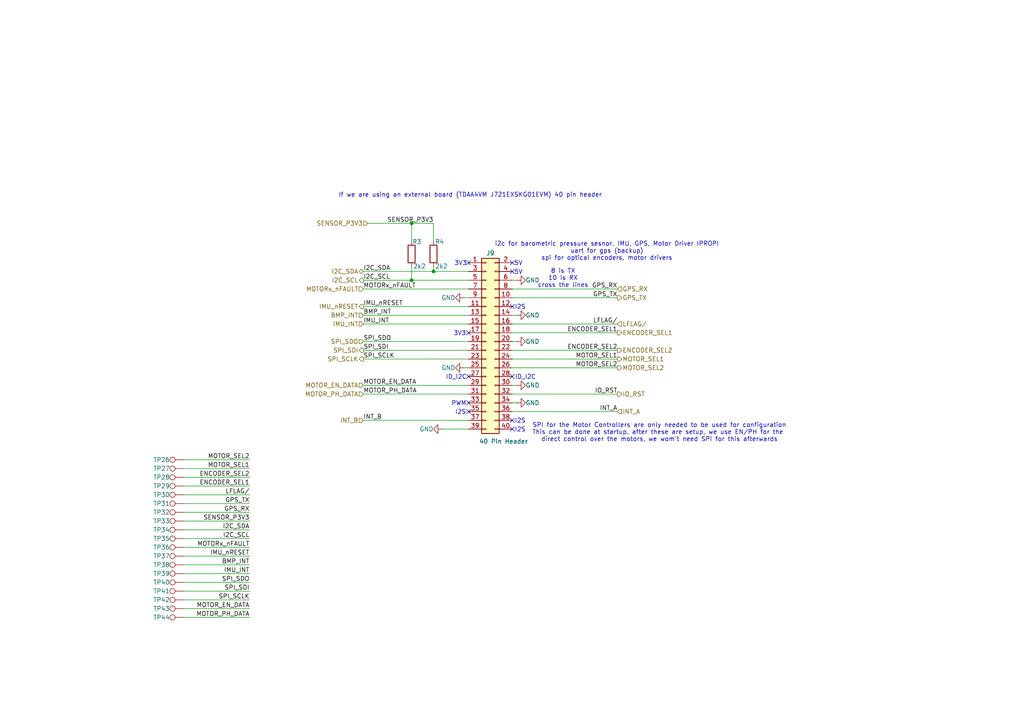
<source format=kicad_sch>
(kicad_sch (version 20250114) (generator "eeschema") (generator_version "9.0")
  (paper "A4")
  (lib_symbols
    (symbol "Connector:TestPoint" (pin_numbers (hide yes)) (pin_names (offset 0.762) (hide yes))
      (property "Reference" "TP" (at 0 6.858 0))
      (property "Value" "TestPoint" (at 0 5.08 0))
      (symbol "TestPoint_0_1"
        (circle (center 0 3.302) (radius 0.762))
      )
      (symbol "TestPoint_1_1"
        (pin passive line (at 0 0 90) (length 2.54) (name "1") (number "1"))
      )
    )
    (symbol "Connector_Generic:Conn_02x20_Odd_Even" (pin_names (offset 1.016) (hide yes))
      (property "Reference" "J" (at 1.27 25.4 0))
      (property "Value" "Conn_02x20_Odd_Even" (at 1.27 -27.94 0))
      (symbol "Conn_02x20_Odd_Even_1_1"
        (rectangle (start -1.27 24.13) (end 3.81 -26.67) (stroke (width 0.254)) (fill (type background)))
        (rectangle (start -1.27 22.987) (end 0 22.733) (stroke (width 0.1524)))
        (rectangle (start -1.27 20.447) (end 0 20.193) (stroke (width 0.1524)))
        (rectangle (start -1.27 17.907) (end 0 17.653) (stroke (width 0.1524)))
        (rectangle (start -1.27 15.367) (end 0 15.113) (stroke (width 0.1524)))
        (rectangle (start -1.27 12.827) (end 0 12.573) (stroke (width 0.1524)))
        (rectangle (start -1.27 10.287) (end 0 10.033) (stroke (width 0.1524)))
        (rectangle (start -1.27 7.747) (end 0 7.493) (stroke (width 0.1524)))
        (rectangle (start -1.27 5.207) (end 0 4.953) (stroke (width 0.1524)))
        (rectangle (start -1.27 2.667) (end 0 2.413) (stroke (width 0.1524)))
        (rectangle (start -1.27 0.127) (end 0 -0.127) (stroke (width 0.1524)))
        (rectangle (start -1.27 -2.413) (end 0 -2.667) (stroke (width 0.1524)))
        (rectangle (start -1.27 -4.953) (end 0 -5.207) (stroke (width 0.1524)))
        (rectangle (start -1.27 -7.493) (end 0 -7.747) (stroke (width 0.1524)))
        (rectangle (start -1.27 -10.033) (end 0 -10.287) (stroke (width 0.1524)))
        (rectangle (start -1.27 -12.573) (end 0 -12.827) (stroke (width 0.1524)))
        (rectangle (start -1.27 -15.113) (end 0 -15.367) (stroke (width 0.1524)))
        (rectangle (start -1.27 -17.653) (end 0 -17.907) (stroke (width 0.1524)))
        (rectangle (start -1.27 -20.193) (end 0 -20.447) (stroke (width 0.1524)))
        (rectangle (start -1.27 -22.733) (end 0 -22.987) (stroke (width 0.1524)))
        (rectangle (start -1.27 -25.273) (end 0 -25.527) (stroke (width 0.1524)))
        (rectangle (start 3.81 22.987) (end 2.54 22.733) (stroke (width 0.1524)))
        (rectangle (start 3.81 20.447) (end 2.54 20.193) (stroke (width 0.1524)))
        (rectangle (start 3.81 17.907) (end 2.54 17.653) (stroke (width 0.1524)))
        (rectangle (start 3.81 15.367) (end 2.54 15.113) (stroke (width 0.1524)))
        (rectangle (start 3.81 12.827) (end 2.54 12.573) (stroke (width 0.1524)))
        (rectangle (start 3.81 10.287) (end 2.54 10.033) (stroke (width 0.1524)))
        (rectangle (start 3.81 7.747) (end 2.54 7.493) (stroke (width 0.1524)))
        (rectangle (start 3.81 5.207) (end 2.54 4.953) (stroke (width 0.1524)))
        (rectangle (start 3.81 2.667) (end 2.54 2.413) (stroke (width 0.1524)))
        (rectangle (start 3.81 0.127) (end 2.54 -0.127) (stroke (width 0.1524)))
        (rectangle (start 3.81 -2.413) (end 2.54 -2.667) (stroke (width 0.1524)))
        (rectangle (start 3.81 -4.953) (end 2.54 -5.207) (stroke (width 0.1524)))
        (rectangle (start 3.81 -7.493) (end 2.54 -7.747) (stroke (width 0.1524)))
        (rectangle (start 3.81 -10.033) (end 2.54 -10.287) (stroke (width 0.1524)))
        (rectangle (start 3.81 -12.573) (end 2.54 -12.827) (stroke (width 0.1524)))
        (rectangle (start 3.81 -15.113) (end 2.54 -15.367) (stroke (width 0.1524)))
        (rectangle (start 3.81 -17.653) (end 2.54 -17.907) (stroke (width 0.1524)))
        (rectangle (start 3.81 -20.193) (end 2.54 -20.447) (stroke (width 0.1524)))
        (rectangle (start 3.81 -22.733) (end 2.54 -22.987) (stroke (width 0.1524)))
        (rectangle (start 3.81 -25.273) (end 2.54 -25.527) (stroke (width 0.1524)))
        (pin passive line (at -5.08 22.86 0) (length 3.81) (name "Pin_1") (number "1"))
        (pin passive line (at -5.08 20.32 0) (length 3.81) (name "Pin_3") (number "3"))
        (pin passive line (at -5.08 17.78 0) (length 3.81) (name "Pin_5") (number "5"))
        (pin passive line (at -5.08 15.24 0) (length 3.81) (name "Pin_7") (number "7"))
        (pin passive line (at -5.08 12.7 0) (length 3.81) (name "Pin_9") (number "9"))
        (pin passive line (at -5.08 10.16 0) (length 3.81) (name "Pin_11") (number "11"))
        (pin passive line (at -5.08 7.62 0) (length 3.81) (name "Pin_13") (number "13"))
        (pin passive line (at -5.08 5.08 0) (length 3.81) (name "Pin_15") (number "15"))
        (pin passive line (at -5.08 2.54 0) (length 3.81) (name "Pin_17") (number "17"))
        (pin passive line (at -5.08 0 0) (length 3.81) (name "Pin_19") (number "19"))
        (pin passive line (at -5.08 -2.54 0) (length 3.81) (name "Pin_21") (number "21"))
        (pin passive line (at -5.08 -5.08 0) (length 3.81) (name "Pin_23") (number "23"))
        (pin passive line (at -5.08 -7.62 0) (length 3.81) (name "Pin_25") (number "25"))
        (pin passive line (at -5.08 -10.16 0) (length 3.81) (name "Pin_27") (number "27"))
        (pin passive line (at -5.08 -12.7 0) (length 3.81) (name "Pin_29") (number "29"))
        (pin passive line (at -5.08 -15.24 0) (length 3.81) (name "Pin_31") (number "31"))
        (pin passive line (at -5.08 -17.78 0) (length 3.81) (name "Pin_33") (number "33"))
        (pin passive line (at -5.08 -20.32 0) (length 3.81) (name "Pin_35") (number "35"))
        (pin passive line (at -5.08 -22.86 0) (length 3.81) (name "Pin_37") (number "37"))
        (pin passive line (at -5.08 -25.4 0) (length 3.81) (name "Pin_39") (number "39"))
        (pin passive line (at 7.62 22.86 180) (length 3.81) (name "Pin_2") (number "2"))
        (pin passive line (at 7.62 20.32 180) (length 3.81) (name "Pin_4") (number "4"))
        (pin passive line (at 7.62 17.78 180) (length 3.81) (name "Pin_6") (number "6"))
        (pin passive line (at 7.62 15.24 180) (length 3.81) (name "Pin_8") (number "8"))
        (pin passive line (at 7.62 12.7 180) (length 3.81) (name "Pin_10") (number "10"))
        (pin passive line (at 7.62 10.16 180) (length 3.81) (name "Pin_12") (number "12"))
        (pin passive line (at 7.62 7.62 180) (length 3.81) (name "Pin_14") (number "14"))
        (pin passive line (at 7.62 5.08 180) (length 3.81) (name "Pin_16") (number "16"))
        (pin passive line (at 7.62 2.54 180) (length 3.81) (name "Pin_18") (number "18"))
        (pin passive line (at 7.62 0 180) (length 3.81) (name "Pin_20") (number "20"))
        (pin passive line (at 7.62 -2.54 180) (length 3.81) (name "Pin_22") (number "22"))
        (pin passive line (at 7.62 -5.08 180) (length 3.81) (name "Pin_24") (number "24"))
        (pin passive line (at 7.62 -7.62 180) (length 3.81) (name "Pin_26") (number "26"))
        (pin passive line (at 7.62 -10.16 180) (length 3.81) (name "Pin_28") (number "28"))
        (pin passive line (at 7.62 -12.7 180) (length 3.81) (name "Pin_30") (number "30"))
        (pin passive line (at 7.62 -15.24 180) (length 3.81) (name "Pin_32") (number "32"))
        (pin passive line (at 7.62 -17.78 180) (length 3.81) (name "Pin_34") (number "34"))
        (pin passive line (at 7.62 -20.32 180) (length 3.81) (name "Pin_36") (number "36"))
        (pin passive line (at 7.62 -22.86 180) (length 3.81) (name "Pin_38") (number "38"))
        (pin passive line (at 7.62 -25.4 180) (length 3.81) (name "Pin_40") (number "40"))
      )
    )
    (symbol "Device:R" (pin_numbers (hide yes)) (pin_names (offset 0))
      (property "Reference" "R" (at 2.032 0 90))
      (property "Value" "R" (at 0 0 90))
      (symbol "R_0_1"
        (rectangle (start -1.016 -2.54) (end 1.016 2.54) (stroke (width 0.254)))
      )
      (symbol "R_1_1"
        (pin passive line (at 0 3.81 270) (length 1.27) (name "~") (number "1"))
        (pin passive line (at 0 -3.81 90) (length 1.27) (name "~") (number "2"))
      )
    )
    (symbol "power:GND" (power) (pin_numbers (hide yes)) (pin_names (offset 0) (hide yes))
      (property "Value" "GND" (at 0 -3.81 0))
      (symbol "GND_0_1"
        (polyline (pts (xy 0 0) (xy 0 -1.27) (xy 1.27 -1.27) (xy 0 -2.54) (xy -1.27 -1.27) (xy 0 -1.27)))
      )
      (symbol "GND_1_1"
        (pin power_in line (at 0 0 270) (length 0) (name "~") (number "1"))
      )
    )
  )
  (text "i2c for barometric pressure sesnor, IMU, GPS, Motor Driver IPROPI\nuart for gps (backup)\nspi for optical encoders, motor drivers" (at 176.022 72.898 0) (effects (font (size 1.27 1.27))))
  (text "3V3" (at 133.604 76.454 0) (effects (font (size 1.27 1.27))))
  (text "5V" (at 150.368 76.454 0) (effects (font (size 1.27 1.27))))
  (text "I2S" (at 150.876 124.714 0) (effects (font (size 1.27 1.27))))
  (text "I2S" (at 133.604 119.634 0) (effects (font (size 1.27 1.27))))
  (text "I2S" (at 150.876 122.174 0) (effects (font (size 1.27 1.27))))
  (text "ID_I2C" (at 152.4 109.474 0) (effects (font (size 1.27 1.27))))
  (text "I2S" (at 150.876 89.154 0) (effects (font (size 1.27 1.27))))
  (text "3V3" (at 133.35 96.774 0) (effects (font (size 1.27 1.27))))
  (text "8 is TX\n10 is RX\ncross the lines" (at 163.322 80.772 0) (effects (font (size 1.27 1.27))))
  (text "ID_I2C" (at 132.334 109.474 0) (effects (font (size 1.27 1.27))))
  (text "If we are using an external board (TDAA4VM J721EXSKG01EVM) 40 pin header" (at 136.398 56.642 0) (effects (font (size 1.27 1.27))))
  (text "5V" (at 150.368 78.994 0) (effects (font (size 1.27 1.27))))
  (text "SPI for the Motor Controllers are only needed to be used for configuration\nThis can be done at startup, after these are setup, we use EN/PH for the \ndirect control over the motors, we wom't need SPI for this afterwards" (at 191.262 125.476 0) (effects (font (size 1.27 1.27))))
  (text "PWM" (at 133.096 117.094 0) (effects (font (size 1.27 1.27))))
  (junction (at 119.38 64.77))
  (junction (at 119.38 81.28))
  (junction (at 125.73 78.74))
  (no_connect (at 135.89 119.38))
  (no_connect (at 148.59 109.22))
  (no_connect (at 148.59 76.2))
  (no_connect (at 148.59 121.92))
  (no_connect (at 148.59 88.9))
  (no_connect (at 148.59 124.46))
  (no_connect (at 135.89 76.2))
  (no_connect (at 148.59 78.74))
  (no_connect (at 135.89 109.22))
  (no_connect (at 135.89 96.52))
  (no_connect (at 135.89 116.84))
  (wire (pts (xy 72.39 163.83) (xy 53.34 163.83)))
  (wire (pts (xy 134.62 86.36) (xy 135.89 86.36)))
  (wire (pts (xy 128.27 124.46) (xy 135.89 124.46)))
  (wire (pts (xy 72.39 146.05) (xy 53.34 146.05)))
  (wire (pts (xy 148.59 111.76) (xy 149.86 111.76)))
  (wire (pts (xy 72.39 153.67) (xy 53.34 153.67)))
  (wire (pts (xy 105.41 91.44) (xy 135.89 91.44)))
  (wire (pts (xy 105.41 114.3) (xy 135.89 114.3)))
  (wire (pts (xy 125.73 77.47) (xy 125.73 78.74)))
  (wire (pts (xy 148.59 93.98) (xy 179.07 93.98)))
  (wire (pts (xy 72.39 135.89) (xy 53.34 135.89)))
  (wire (pts (xy 119.38 64.77) (xy 125.73 64.77)))
  (wire (pts (xy 105.41 81.28) (xy 119.38 81.28)))
  (wire (pts (xy 53.34 171.45) (xy 72.39 171.45)))
  (wire (pts (xy 72.39 166.37) (xy 53.34 166.37)))
  (wire (pts (xy 72.39 133.35) (xy 53.34 133.35)))
  (wire (pts (xy 72.39 151.13) (xy 53.34 151.13)))
  (wire (pts (xy 105.41 88.9) (xy 135.89 88.9)))
  (wire (pts (xy 105.41 78.74) (xy 125.73 78.74)))
  (wire (pts (xy 72.39 161.29) (xy 53.34 161.29)))
  (wire (pts (xy 105.41 111.76) (xy 135.89 111.76)))
  (wire (pts (xy 148.59 99.06) (xy 149.86 99.06)))
  (wire (pts (xy 148.59 116.84) (xy 149.86 116.84)))
  (wire (pts (xy 125.73 78.74) (xy 135.89 78.74)))
  (wire (pts (xy 72.39 176.53) (xy 53.34 176.53)))
  (wire (pts (xy 105.41 101.6) (xy 135.89 101.6)))
  (wire (pts (xy 119.38 77.47) (xy 119.38 81.28)))
  (wire (pts (xy 72.39 148.59) (xy 53.34 148.59)))
  (wire (pts (xy 105.41 83.82) (xy 135.89 83.82)))
  (wire (pts (xy 148.59 83.82) (xy 179.07 83.82)))
  (wire (pts (xy 72.39 173.99) (xy 53.34 173.99)))
  (wire (pts (xy 148.59 104.14) (xy 179.07 104.14)))
  (wire (pts (xy 148.59 86.36) (xy 179.07 86.36)))
  (wire (pts (xy 149.86 91.44) (xy 148.59 91.44)))
  (wire (pts (xy 105.41 93.98) (xy 135.89 93.98)))
  (wire (pts (xy 148.59 119.38) (xy 179.07 119.38)))
  (wire (pts (xy 72.39 138.43) (xy 53.34 138.43)))
  (wire (pts (xy 106.68 64.77) (xy 119.38 64.77)))
  (wire (pts (xy 72.39 140.97) (xy 53.34 140.97)))
  (wire (pts (xy 148.59 101.6) (xy 179.07 101.6)))
  (wire (pts (xy 72.39 156.21) (xy 53.34 156.21)))
  (wire (pts (xy 72.39 158.75) (xy 53.34 158.75)))
  (wire (pts (xy 148.59 114.3) (xy 179.07 114.3)))
  (wire (pts (xy 72.39 179.07) (xy 53.34 179.07)))
  (wire (pts (xy 119.38 81.28) (xy 135.89 81.28)))
  (wire (pts (xy 125.73 64.77) (xy 125.73 69.85)))
  (wire (pts (xy 72.39 168.91) (xy 53.34 168.91)))
  (wire (pts (xy 105.41 99.06) (xy 135.89 99.06)))
  (wire (pts (xy 148.59 106.68) (xy 179.07 106.68)))
  (wire (pts (xy 148.59 96.52) (xy 179.07 96.52)))
  (wire (pts (xy 105.41 121.92) (xy 135.89 121.92)))
  (wire (pts (xy 72.39 143.51) (xy 53.34 143.51)))
  (wire (pts (xy 149.86 81.28) (xy 148.59 81.28)))
  (wire (pts (xy 119.38 64.77) (xy 119.38 69.85)))
  (wire (pts (xy 134.62 106.68) (xy 135.89 106.68)))
  (wire (pts (xy 105.41 104.14) (xy 135.89 104.14)))
  (label "MOTOR_PH_DATA" (at 105.41 114.3 0))
  (label "GPS_TX" (at 72.39 146.05 180))
  (label "I2C_SCL" (at 105.41 81.28 0))
  (label "BMP_INT" (at 72.39 163.83 180))
  (label "IMU_INT" (at 105.41 93.98 0))
  (label "GPS_RX" (at 179.07 83.82 180))
  (label "IMU_nRESET" (at 72.39 161.29 180))
  (label "MOTOR_EN_DATA" (at 105.41 111.76 0))
  (label "IO_RST" (at 179.07 114.3 180))
  (label "MOTOR_SEL1" (at 179.07 104.14 180))
  (label "SPI_SDI" (at 72.39 171.45 180))
  (label "SPI_SCLK" (at 72.39 173.99 180))
  (label "IMU_INT" (at 72.39 166.37 180))
  (label "I2C_SDA" (at 72.39 153.67 180))
  (label "GPS_TX" (at 179.07 86.36 180))
  (label "MOTOR_EN_DATA" (at 72.39 176.53 180))
  (label "ENCODER_SEL1" (at 179.07 96.52 180))
  (label "INT_B" (at 105.41 121.92 0))
  (label "BMP_INT" (at 105.41 91.44 0))
  (label "MOTORx_nFAULT" (at 72.39 158.75 180))
  (label "I2C_SCL" (at 72.39 156.21 180))
  (label "INT_A" (at 179.07 119.38 180))
  (label "ENCODER_SEL2" (at 179.07 101.6 180))
  (label "I2C_SDA" (at 105.41 78.74 0))
  (label "SPI_SDO" (at 105.41 99.06 0))
  (label "ENCODER_SEL2" (at 72.39 138.43 180))
  (label "SPI_SCLK" (at 105.41 104.14 0))
  (label "SPI_SDO" (at 72.39 168.91 180))
  (label "SENSOR_P3V3" (at 72.39 151.13 180))
  (label "ENCODER_SEL1" (at 72.39 140.97 180))
  (label "MOTOR_PH_DATA" (at 72.39 179.07 180))
  (label "SPI_SDI" (at 105.41 101.6 0))
  (label "MOTORx_nFAULT" (at 105.41 83.82 0))
  (label "IMU_nRESET" (at 105.41 88.9 0))
  (label "LFLAG{slash}" (at 72.39 143.51 180))
  (label "MOTOR_SEL2" (at 179.07 106.68 180))
  (label "GPS_RX" (at 72.39 148.59 180))
  (label "MOTOR_SEL1" (at 72.39 135.89 180))
  (label "LFLAG{slash}" (at 179.07 93.98 180))
  (label "MOTOR_SEL2" (at 72.39 133.35 180))
  (label "SENSOR_P3V3" (at 125.73 64.77 180))
  (hierarchical_label "LFLAG{slash}" (shape input) (at 179.07 93.98 0))
  (hierarchical_label "SPI_SCLK" (shape output) (at 105.41 104.14 180))
  (hierarchical_label "SENSOR_P3V3" (shape input) (at 106.68 64.77 180))
  (hierarchical_label "MOTOR_SEL1" (shape output) (at 179.07 104.14 0))
  (hierarchical_label "I2C_SDA" (shape bidirectional) (at 105.41 78.74 180))
  (hierarchical_label "SPI_SDI" (shape output) (at 105.41 101.6 180))
  (hierarchical_label "GPS_RX" (shape input) (at 179.07 83.82 0))
  (hierarchical_label "IMU_INT" (shape input) (at 105.41 93.98 180))
  (hierarchical_label "IMU_nRESET" (shape output) (at 105.41 88.9 180))
  (hierarchical_label "MOTOR_PH_DATA" (shape input) (at 105.41 114.3 180))
  (hierarchical_label "IO_RST" (shape output) (at 179.07 114.3 0))
  (hierarchical_label "MOTOR_SEL2" (shape output) (at 179.07 106.68 0))
  (hierarchical_label "I2C_SCL" (shape output) (at 105.41 81.28 180))
  (hierarchical_label "GPS_TX" (shape output) (at 179.07 86.36 0))
  (hierarchical_label "ENCODER_SEL1" (shape output) (at 179.07 96.52 0))
  (hierarchical_label "ENCODER_SEL2" (shape output) (at 179.07 101.6 0))
  (hierarchical_label "SPI_SDO" (shape input) (at 105.41 99.06 180))
  (hierarchical_label "BMP_INT" (shape input) (at 105.41 91.44 180))
  (hierarchical_label "INT_B" (shape input) (at 105.41 121.92 180))
  (hierarchical_label "MOTORx_nFAULT" (shape input) (at 105.41 83.82 180))
  (hierarchical_label "INT_A" (shape input) (at 179.07 119.38 0))
  (hierarchical_label "MOTOR_EN_DATA" (shape input) (at 105.41 111.76 180))
  (symbol (lib_id "Connector:TestPoint") (at 53.34 140.97 90) (mirror x) (unit 1)
    (property "Reference" "TP29" (at 49.276 140.97 90) (effects (justify left)))
    (property "Value" "TestPoint" (effects (hide yes)))
    (property "Description" "test point" (effects (hide yes)))
  )
  (symbol (lib_id "Connector:TestPoint") (at 53.34 156.21 90) (unit 1)
    (property "Reference" "TP35" (at 49.276 156.21 90) (effects (justify left)))
    (property "Value" "TestPoint" (effects (hide yes)))
    (property "Description" "test point" (effects (hide yes)))
  )
  (symbol (lib_id "Connector_Generic:Conn_02x20_Odd_Even") (at 140.97 99.06 0) (unit 1)
    (property "Reference" "J9" (at 142.24 73.406 0))
    (property "Value" "40 Pin Header" (at 146.05 128.016 0))
    (property "Description" "Generic connector, double row, 02x20, odd/even pin numbering scheme (row 1 odd numbers, row 2 even numbers), script generated (kicad-library-utils/schlib/autogen/connector/)" (effects (hide yes)))
  )
  (symbol (lib_id "Connector:TestPoint") (at 53.34 161.29 90) (unit 1)
    (property "Reference" "TP37" (at 49.276 161.29 90) (effects (justify left)))
    (property "Value" "TestPoint" (effects (hide yes)))
    (property "Description" "test point" (effects (hide yes)))
  )
  (symbol (lib_id "Connector:TestPoint") (at 53.34 168.91 90) (unit 1)
    (property "Reference" "TP40" (at 49.276 168.91 90) (effects (justify left)))
    (property "Value" "TestPoint" (effects (hide yes)))
    (property "Description" "test point" (effects (hide yes)))
  )
  (symbol (lib_id "Connector:TestPoint") (at 53.34 148.59 90) (mirror x) (unit 1)
    (property "Reference" "TP32" (at 49.276 148.59 90) (effects (justify left)))
    (property "Value" "TestPoint" (effects (hide yes)))
    (property "Description" "test point" (effects (hide yes)))
  )
  (symbol (lib_id "Connector:TestPoint") (at 53.34 176.53 90) (unit 1)
    (property "Reference" "TP43" (at 49.276 176.53 90) (effects (justify left)))
    (property "Value" "TestPoint" (effects (hide yes)))
    (property "Description" "test point" (effects (hide yes)))
  )
  (symbol (lib_id "Connector:TestPoint") (at 53.34 151.13 90) (mirror x) (unit 1)
    (property "Reference" "TP33" (at 49.276 151.13 90) (effects (justify left)))
    (property "Value" "TestPoint" (effects (hide yes)))
    (property "Description" "test point" (effects (hide yes)))
  )
  (symbol (lib_id "Connector:TestPoint") (at 53.34 173.99 90) (unit 1)
    (property "Reference" "TP42" (at 49.276 173.99 90) (effects (justify left)))
    (property "Value" "TestPoint" (effects (hide yes)))
    (property "Description" "test point" (effects (hide yes)))
  )
  (symbol (lib_id "Device:R") (at 119.38 73.66 180) (unit 1)
    (property "Reference" "R3" (at 120.904 70.104 0))
    (property "Value" "2k2" (at 121.666 77.216 0))
    (property "Description" "Resistor" (effects (hide yes)))
  )
  (symbol (lib_id "Connector:TestPoint") (at 53.34 153.67 90) (unit 1)
    (property "Reference" "TP34" (at 49.276 153.67 90) (effects (justify left)))
    (property "Value" "TestPoint" (effects (hide yes)))
    (property "Description" "test point" (effects (hide yes)))
  )
  (symbol (lib_id "Connector:TestPoint") (at 53.34 135.89 90) (mirror x) (unit 1)
    (property "Reference" "TP27" (at 49.276 135.89 90) (effects (justify left)))
    (property "Value" "TestPoint" (effects (hide yes)))
    (property "Description" "test point" (effects (hide yes)))
  )
  (symbol (lib_id "power:GND") (at 149.86 99.06 90) (unit 1)
    (property "Reference" "#PWR012" (effects (hide yes)))
    (property "Value" "GND" (at 152.4 99.06 90) (effects (justify right)))
    (property "Description" "Power symbol creates a global label with name \"GND\" , ground" (effects (hide yes)))
  )
  (symbol (lib_id "Connector:TestPoint") (at 53.34 133.35 90) (mirror x) (unit 1)
    (property "Reference" "TP26" (at 49.276 133.35 90) (effects (justify left)))
    (property "Value" "TestPoint" (effects (hide yes)))
    (property "Description" "test point" (effects (hide yes)))
  )
  (symbol (lib_id "Connector:TestPoint") (at 53.34 138.43 90) (mirror x) (unit 1)
    (property "Reference" "TP28" (at 49.276 138.43 90) (effects (justify left)))
    (property "Value" "TestPoint" (effects (hide yes)))
    (property "Description" "test point" (effects (hide yes)))
  )
  (symbol (lib_id "power:GND") (at 134.62 86.36 270) (unit 1)
    (property "Reference" "#PWR08" (effects (hide yes)))
    (property "Value" "GND" (at 132.08 86.36 90) (effects (justify right)))
    (property "Description" "Power symbol creates a global label with name \"GND\" , ground" (effects (hide yes)))
  )
  (symbol (lib_id "Connector:TestPoint") (at 53.34 166.37 90) (unit 1)
    (property "Reference" "TP39" (at 49.276 166.37 90) (effects (justify left)))
    (property "Value" "TestPoint" (effects (hide yes)))
    (property "Description" "test point" (effects (hide yes)))
  )
  (symbol (lib_id "power:GND") (at 149.86 116.84 90) (unit 1)
    (property "Reference" "#PWR014" (effects (hide yes)))
    (property "Value" "GND" (at 152.4 116.84 90) (effects (justify right)))
    (property "Description" "Power symbol creates a global label with name \"GND\" , ground" (effects (hide yes)))
  )
  (symbol (lib_id "power:GND") (at 134.62 106.68 270) (unit 1)
    (property "Reference" "#PWR09" (effects (hide yes)))
    (property "Value" "GND" (at 132.08 106.68 90) (effects (justify right)))
    (property "Description" "Power symbol creates a global label with name \"GND\" , ground" (effects (hide yes)))
  )
  (symbol (lib_id "power:GND") (at 128.27 124.46 270) (unit 1)
    (property "Reference" "#PWR07" (effects (hide yes)))
    (property "Value" "GND" (at 125.73 124.46 90) (effects (justify right)))
    (property "Description" "Power symbol creates a global label with name \"GND\" , ground" (effects (hide yes)))
  )
  (symbol (lib_id "power:GND") (at 149.86 91.44 90) (unit 1)
    (property "Reference" "#PWR011" (effects (hide yes)))
    (property "Value" "GND" (at 152.4 91.44 90) (effects (justify right)))
    (property "Description" "Power symbol creates a global label with name \"GND\" , ground" (effects (hide yes)))
  )
  (symbol (lib_id "Connector:TestPoint") (at 53.34 143.51 90) (mirror x) (unit 1)
    (property "Reference" "TP30" (at 49.276 143.51 90) (effects (justify left)))
    (property "Value" "TestPoint" (effects (hide yes)))
    (property "Description" "test point" (effects (hide yes)))
  )
  (symbol (lib_id "Connector:TestPoint") (at 53.34 171.45 90) (unit 1)
    (property "Reference" "TP41" (at 49.276 171.45 90) (effects (justify left)))
    (property "Value" "TestPoint" (effects (hide yes)))
    (property "Description" "test point" (effects (hide yes)))
  )
  (symbol (lib_id "Connector:TestPoint") (at 53.34 158.75 90) (unit 1)
    (property "Reference" "TP36" (at 49.276 158.75 90) (effects (justify left)))
    (property "Value" "TestPoint" (effects (hide yes)))
    (property "Description" "test point" (effects (hide yes)))
  )
  (symbol (lib_id "Device:R") (at 125.73 73.66 180) (unit 1)
    (property "Reference" "R4" (at 127.508 70.104 0))
    (property "Value" "2k2" (at 128.016 77.216 0))
    (property "Description" "Resistor" (effects (hide yes)))
  )
  (symbol (lib_id "Connector:TestPoint") (at 53.34 146.05 90) (mirror x) (unit 1)
    (property "Reference" "TP31" (at 49.276 146.05 90) (effects (justify left)))
    (property "Value" "TestPoint" (effects (hide yes)))
    (property "Description" "test point" (effects (hide yes)))
  )
  (symbol (lib_id "power:GND") (at 149.86 111.76 90) (unit 1)
    (property "Reference" "#PWR013" (effects (hide yes)))
    (property "Value" "GND" (at 152.4 111.76 90) (effects (justify right)))
    (property "Description" "Power symbol creates a global label with name \"GND\" , ground" (effects (hide yes)))
  )
  (symbol (lib_id "Connector:TestPoint") (at 53.34 163.83 90) (unit 1)
    (property "Reference" "TP38" (at 49.276 163.83 90) (effects (justify left)))
    (property "Value" "TestPoint" (effects (hide yes)))
    (property "Description" "test point" (effects (hide yes)))
  )
  (symbol (lib_id "power:GND") (at 149.86 81.28 90) (unit 1)
    (property "Reference" "#PWR010" (effects (hide yes)))
    (property "Value" "GND" (at 152.4 81.28 90) (effects (justify right)))
    (property "Description" "Power symbol creates a global label with name \"GND\" , ground" (effects (hide yes)))
  )
  (symbol (lib_id "Connector:TestPoint") (at 53.34 179.07 90) (unit 1)
    (property "Reference" "TP44" (at 49.276 179.07 90) (effects (justify left)))
    (property "Value" "TestPoint" (effects (hide yes)))
    (property "Description" "test point" (effects (hide yes)))
  )
)
</source>
